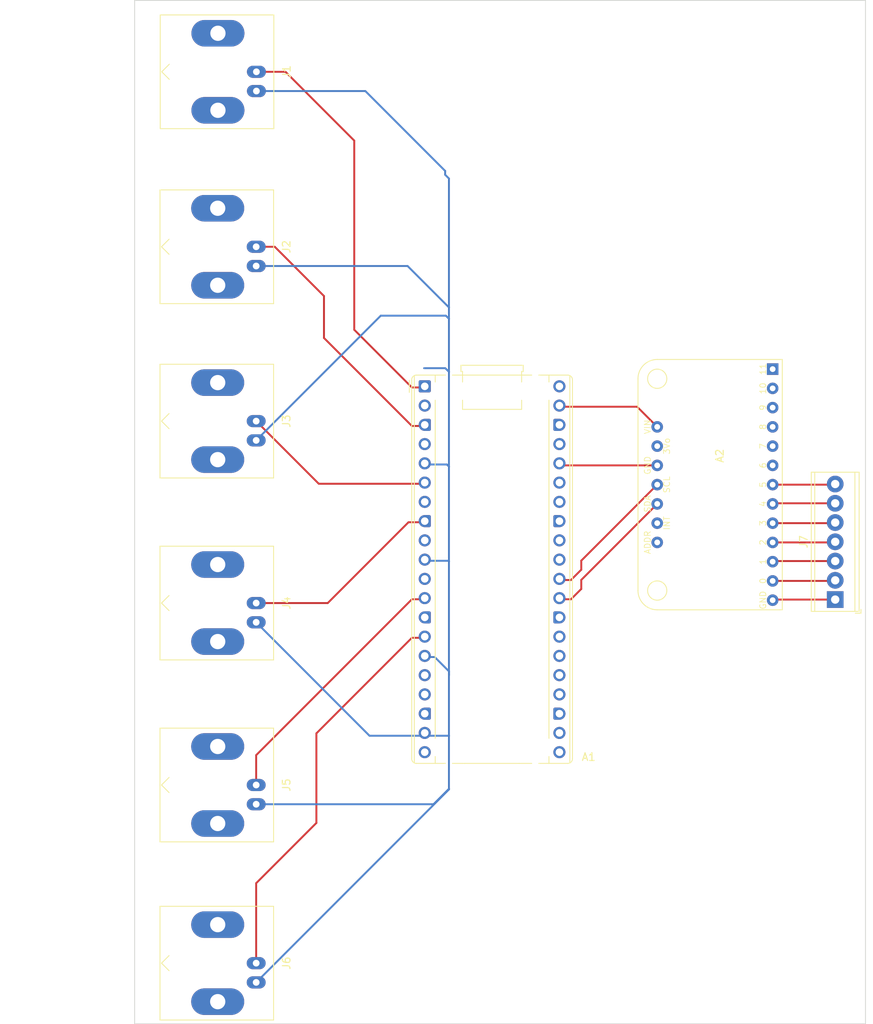
<source format=kicad_pcb>
(kicad_pcb (version 20241229) (generator "pcbnew") (generator_version "9.0")
  (layers (0 "F.Cu" signal) (2 "B.Cu" signal) (13 "F.Paste" user) (15 "B.Paste" user) (5 "F.SilkS" user "F.Silkscreen") (7 "B.SilkS" user "B.Silkscreen") (1 "F.Mask" user) (3 "B.Mask" user) (25 "Edge.Cuts" user))
  (net 0 "")
  (net 1 "GND")
  (net 2 "+3V3")
  (net 5 "/TOUCH1 DOUT")
  (net 8 "/TOUCH2 DOUT")
  (net 10 "/TOUCH3 DOUT")
  (net 12 "/TOUCH4 DOUT")
  (net 14 "/TOUCH5 DOUT")
  (net 32 "Net-(J7-Pin_1)")
  (net 33 "/TOUCH0 DOUT")
  (net 34 "Net-(A2-2)")
  (net 36 "Net-(A2-5)")
  (net 39 "Net-(A2-1)")
  (net 41 "Net-(A2-4)")
  (net 43 "Net-(A2-3)")
  (net 46 "Net-(A2-0)")
  (net 49 "/I2C0 SDA")
  (net 50 "/I2C0 SCL")
  (footprint "Connector_Coaxial:BNC_Amphenol_B6252HB-NPP3G-50_Horizontal" (layer "F.Cu") (at 91.08 42.92 90)
    (property "Reference" "J1" (at 0 4 90) (layer "F.SilkS"))
    (property "Value" "Conn_Coaxial")
    (fp_line (start 7.5 -12.7) (end 7.5 2.3) (stroke (width 0.12)) (layer "F.SilkS"))
    (fp_line (start -7.5 -12.7) (end 7.5 -12.7) (stroke (width 0.12)) (layer "F.SilkS"))
    (fp_line (start 0 -12.5) (end 1 -11.5) (stroke (width 0.12)) (layer "F.SilkS"))
    (fp_line (start 0 -12.5) (end -1 -11.5) (stroke (width 0.12)) (layer "F.SilkS"))
    (fp_line (start 7.5 2.3) (end -7.5 2.3) (stroke (width 0.12)) (layer "F.SilkS"))
    (fp_line (start -7.5 2.3) (end -7.5 -12.7) (stroke (width 0.12)) (layer "F.SilkS"))
    (pad "1" thru_hole oval (at 0 0 90) (size 1.6 2.5) (drill 0.89) (layers "*.Cu" "*.Mask") (net 33 "/TOUCH0 DOUT"))
    (pad "2" thru_hole oval (at -5.08 -5.08 90) (size 3.5 7) (drill 2.01) (layers "*.Cu" "*.Mask") (net 1 "GND"))
    (pad "2" thru_hole oval (at -2.54 0 90) (size 1.6 2.5) (drill 0.89) (layers "*.Cu" "*.Mask") (net 1 "GND"))
    (pad "2" thru_hole oval (at 5.08 -5.08 90) (size 3.5 7) (drill 2.01) (layers "*.Cu" "*.Mask") (net 1 "GND"))
  )
  (footprint "Connector_Coaxial:BNC_Amphenol_B6252HB-NPP3G-50_Horizontal" (layer "F.Cu") (at 91.05 160.5 90)
    (property "Reference" "J6" (at 0 4 90) (layer "F.SilkS"))
    (property "Value" "Conn_Coaxial")
    (fp_line (start 7.5 -12.7) (end 7.5 2.3) (stroke (width 0.12)) (layer "F.SilkS"))
    (fp_line (start -7.5 -12.7) (end 7.5 -12.7) (stroke (width 0.12)) (layer "F.SilkS"))
    (fp_line (start 0 -12.5) (end 1 -11.5) (stroke (width 0.12)) (layer "F.SilkS"))
    (fp_line (start 0 -12.5) (end -1 -11.5) (stroke (width 0.12)) (layer "F.SilkS"))
    (fp_line (start 7.5 2.3) (end -7.5 2.3) (stroke (width 0.12)) (layer "F.SilkS"))
    (fp_line (start -7.5 2.3) (end -7.5 -12.7) (stroke (width 0.12)) (layer "F.SilkS"))
    (pad "1" thru_hole oval (at 0 0 90) (size 1.6 2.5) (drill 0.89) (layers "*.Cu" "*.Mask") (net 14 "/TOUCH5 DOUT"))
    (pad "2" thru_hole oval (at -5.08 -5.08 90) (size 3.5 7) (drill 2.01) (layers "*.Cu" "*.Mask") (net 1 "GND"))
    (pad "2" thru_hole oval (at -2.54 0 90) (size 1.6 2.5) (drill 0.89) (layers "*.Cu" "*.Mask") (net 1 "GND"))
    (pad "2" thru_hole oval (at 5.08 -5.08 90) (size 3.5 7) (drill 2.01) (layers "*.Cu" "*.Mask") (net 1 "GND"))
  )
  (footprint "Connector_Coaxial:BNC_Amphenol_B6252HB-NPP3G-50_Horizontal" (layer "F.Cu") (at 91.05 137 90)
    (property "Reference" "J5" (at 0 4 90) (layer "F.SilkS"))
    (property "Value" "Conn_Coaxial")
    (fp_line (start 7.5 -12.7) (end 7.5 2.3) (stroke (width 0.12)) (layer "F.SilkS"))
    (fp_line (start -7.5 -12.7) (end 7.5 -12.7) (stroke (width 0.12)) (layer "F.SilkS"))
    (fp_line (start 0 -12.5) (end 1 -11.5) (stroke (width 0.12)) (layer "F.SilkS"))
    (fp_line (start 0 -12.5) (end -1 -11.5) (stroke (width 0.12)) (layer "F.SilkS"))
    (fp_line (start 7.5 2.3) (end -7.5 2.3) (stroke (width 0.12)) (layer "F.SilkS"))
    (fp_line (start -7.5 2.3) (end -7.5 -12.7) (stroke (width 0.12)) (layer "F.SilkS"))
    (pad "1" thru_hole oval (at 0 0 90) (size 1.6 2.5) (drill 0.89) (layers "*.Cu" "*.Mask") (net 12 "/TOUCH4 DOUT"))
    (pad "2" thru_hole oval (at -5.08 -5.08 90) (size 3.5 7) (drill 2.01) (layers "*.Cu" "*.Mask") (net 1 "GND"))
    (pad "2" thru_hole oval (at -2.54 0 90) (size 1.6 2.5) (drill 0.89) (layers "*.Cu" "*.Mask") (net 1 "GND"))
    (pad "2" thru_hole oval (at 5.08 -5.08 90) (size 3.5 7) (drill 2.01) (layers "*.Cu" "*.Mask") (net 1 "GND"))
  )
  (footprint "Module:RaspberryPi_Pico_Common_THT" (layer "F.Cu") (at 113.306771 84.410817)
    (property "Reference" "A1" (at 20.6375 48.895 0) (layer "F.SilkS") (effects (justify left)))
    (property "Value" "RaspberryPi_Pico")
    (fp_line (start -2.04 0.8) (end -2.04 -0.8) (stroke (width 0.12)) (layer "F.SilkS"))
    (fp_line (start -1.72 -0.87) (end -1.72 49.13) (stroke (width 0.12)) (layer "F.SilkS"))
    (fp_line (start -1.38 -1.417) (end -1.38 49.677) (stroke (width 0.12)) (layer "F.SilkS"))
    (fp_line (start -1.11 -1.48) (end 1.38 -1.48) (stroke (width 0.12)) (layer "F.SilkS"))
    (fp_line (start -1.11 49.74) (end 2.727939 49.74) (stroke (width 0.12)) (layer "F.SilkS"))
    (fp_line (start 1.38 -1.48) (end 1.38 -0.56648) (stroke (width 0.12)) (layer "F.SilkS"))
    (fp_line (start 1.38 -1.48) (end 2.72794 -1.48) (stroke (width 0.12)) (layer "F.SilkS"))
    (fp_line (start 1.38 1.82648) (end 1.38 46.43352) (stroke (width 0.12)) (layer "F.SilkS"))
    (fp_line (start 1.38 48.82648) (end 1.38 49.74) (stroke (width 0.12)) (layer "F.SilkS"))
    (fp_line (start 3.652061 -1.48) (end 4.655 -1.48) (stroke (width 0.12)) (layer "F.SilkS"))
    (fp_line (start 4.655 -1.48) (end 13.125 -1.48) (stroke (width 0.12)) (layer "F.SilkS"))
    (fp_line (start 4.78 -2.78) (end 4.78 -1.96) (stroke (width 0.12)) (layer "F.SilkS"))
    (fp_line (start 4.78 -2.78) (end 13 -2.78) (stroke (width 0.12)) (layer "F.SilkS"))
    (fp_line (start 4.78 -1.96) (end 4.99 -1.96) (stroke (width 0.12)) (layer "F.SilkS"))
    (fp_line (start 4.99 -1.96) (end 4.99 -0.564) (stroke (width 0.12)) (layer "F.SilkS"))
    (fp_line (start 4.99 1.824) (end 4.99 3.04) (stroke (width 0.12)) (layer "F.SilkS"))
    (fp_line (start 5.29 49.74) (end 3.652061 49.74) (stroke (width 0.12)) (layer "F.SilkS"))
    (fp_line (start 12.49 49.74) (end 5.29 49.74) (stroke (width 0.12)) (layer "F.SilkS"))
    (fp_line (start 12.79 -1.96) (end 12.79 -0.564) (stroke (width 0.12)) (layer "F.SilkS"))
    (fp_line (start 12.79 1.824) (end 12.79 3.04) (stroke (width 0.12)) (layer "F.SilkS"))
    (fp_line (start 12.79 3.04) (end 4.99 3.04) (stroke (width 0.12)) (layer "F.SilkS"))
    (fp_line (start 13 -2.78) (end 13 -1.96) (stroke (width 0.12)) (layer "F.SilkS"))
    (fp_line (start 13 -1.96) (end 12.79 -1.96) (stroke (width 0.12)) (layer "F.SilkS"))
    (fp_line (start 13.125 -1.48) (end 14.127939 -1.48) (stroke (width 0.12)) (layer "F.SilkS"))
    (fp_line (start 14.127939 49.74) (end 12.49 49.74) (stroke (width 0.12)) (layer "F.SilkS"))
    (fp_line (start 15.052061 -1.48) (end 16.4 -1.48) (stroke (width 0.12)) (layer "F.SilkS"))
    (fp_line (start 15.052061 49.74) (end 18.89 49.74) (stroke (width 0.12)) (layer "F.SilkS"))
    (fp_line (start 16.4 -1.48) (end 16.4 -0.56648) (stroke (width 0.12)) (layer "F.SilkS"))
    (fp_line (start 16.4 1.82648) (end 16.4 46.43352) (stroke (width 0.12)) (layer "F.SilkS"))
    (fp_line (start 16.4 48.82648) (end 16.4 49.74) (stroke (width 0.12)) (layer "F.SilkS"))
    (fp_line (start 18.89 -1.48) (end 16.4 -1.48) (stroke (width 0.12)) (layer "F.SilkS"))
    (fp_line (start 19.16 49.677) (end 19.16 -1.417) (stroke (width 0.12)) (layer "F.SilkS"))
    (fp_line (start 19.5 -0.87) (end 19.5 49.13) (stroke (width 0.12)) (layer "F.SilkS"))
    (fp_arc (start -1.72 -0.87) (mid -1.541335 -1.301335) (end -1.11 -1.48) (stroke (width 0.12)) (layer "F.SilkS"))
    (fp_arc (start -1.11 49.74) (mid -1.541364 49.561364) (end -1.72 49.13) (stroke (width 0.12)) (layer "F.SilkS"))
    (fp_arc (start 18.89 -1.48) (mid 19.321335 -1.301335) (end 19.5 -0.87) (stroke (width 0.12)) (layer "F.SilkS"))
    (fp_arc (start 19.5 49.13) (mid 19.321335 49.561335) (end 18.89 49.74) (stroke (width 0.12)) (layer "F.SilkS"))
    (pad "1" thru_hole roundrect (at 0 0) (size 1.6 1.6) (drill 1) (layers "*.Cu" "*.Mask") (roundrect_rratio 0.125))
    (pad "2" thru_hole circle (at 0 2.54) (size 1.6 1.6) (drill 1) (layers "*.Cu" "*.Mask"))
    (pad "3" thru_hole custom (at 0 5.08) (size 1.6 1.6) (drill 1) (layers "*.Cu" "*.Mask") (net 1 "GND") (options (clearance outline) (anchor circle)) (primitives (gr_poly (pts (xy 0.8 0.6) (xy 0.8 -0.6) (xy 0.6 -0.8) (xy 0 -0.8) (xy 0 0.8) (xy 0.6 0.8)) (width 0) (fill yes)) (gr_circle (center 0.6 0.6) (end 0.8 0.6) (width 0) (fill yes)) (gr_circle (center 0.6 -0.6) (end 0.8 -0.6) (width 0) (fill yes))))
    (pad "4" thru_hole circle (at 0 7.62) (size 1.6 1.6) (drill 1) (layers "*.Cu" "*.Mask") (net 33 "/TOUCH0 DOUT"))
    (pad "5" thru_hole circle (at 0 10.16) (size 1.6 1.6) (drill 1) (layers "*.Cu" "*.Mask"))
    (pad "6" thru_hole circle (at 0 12.7) (size 1.6 1.6) (drill 1) (layers "*.Cu" "*.Mask") (net 5 "/TOUCH1 DOUT"))
    (pad "7" thru_hole circle (at 0 15.24) (size 1.6 1.6) (drill 1) (layers "*.Cu" "*.Mask"))
    (pad "8" thru_hole custom (at 0 17.78) (size 1.6 1.6) (drill 1) (layers "*.Cu" "*.Mask") (net 1 "GND") (options (clearance outline) (anchor circle)) (primitives (gr_poly (pts (xy 0.8 0.6) (xy 0.8 -0.6) (xy 0.6 -0.8) (xy 0 -0.8) (xy 0 0.8) (xy 0.6 0.8)) (width 0) (fill yes)) (gr_circle (center 0.6 0.6) (end 0.8 0.6) (width 0) (fill yes)) (gr_circle (center 0.6 -0.6) (end 0.8 -0.6) (width 0) (fill yes))))
    (pad "9" thru_hole circle (at 0 20.32) (size 1.6 1.6) (drill 1) (layers "*.Cu" "*.Mask") (net 8 "/TOUCH2 DOUT"))
    (pad "10" thru_hole circle (at 0 22.86) (size 1.6 1.6) (drill 1) (layers "*.Cu" "*.Mask"))
    (pad "11" thru_hole circle (at 0 25.4) (size 1.6 1.6) (drill 1) (layers "*.Cu" "*.Mask") (net 10 "/TOUCH3 DOUT"))
    (pad "12" thru_hole circle (at 0 27.94) (size 1.6 1.6) (drill 1) (layers "*.Cu" "*.Mask"))
    (pad "13" thru_hole custom (at 0 30.48) (size 1.6 1.6) (drill 1) (layers "*.Cu" "*.Mask") (net 1 "GND") (options (clearance outline) (anchor circle)) (primitives (gr_poly (pts (xy 0.8 0.6) (xy 0.8 -0.6) (xy 0.6 -0.8) (xy 0 -0.8) (xy 0 0.8) (xy 0.6 0.8)) (width 0) (fill yes)) (gr_circle (center 0.6 0.6) (end 0.8 0.6) (width 0) (fill yes)) (gr_circle (center 0.6 -0.6) (end 0.8 -0.6) (width 0) (fill yes))))
    (pad "14" thru_hole circle (at 0 33.02) (size 1.6 1.6) (drill 1) (layers "*.Cu" "*.Mask"))
    (pad "15" thru_hole circle (at 0 35.56) (size 1.6 1.6) (drill 1) (layers "*.Cu" "*.Mask") (net 12 "/TOUCH4 DOUT"))
    (pad "16" thru_hole circle (at 0 38.1) (size 1.6 1.6) (drill 1) (layers "*.Cu" "*.Mask"))
    (pad "17" thru_hole circle (at 0 40.64) (size 1.6 1.6) (drill 1) (layers "*.Cu" "*.Mask") (net 14 "/TOUCH5 DOUT"))
    (pad "18" thru_hole custom (at 0 43.18) (size 1.6 1.6) (drill 1) (layers "*.Cu" "*.Mask") (net 1 "GND") (options (clearance outline) (anchor circle)) (primitives (gr_poly (pts (xy 0.8 0.6) (xy 0.8 -0.6) (xy 0.6 -0.8) (xy 0 -0.8) (xy 0 0.8) (xy 0.6 0.8)) (width 0) (fill yes)) (gr_circle (center 0.6 0.6) (end 0.8 0.6) (width 0) (fill yes)) (gr_circle (center 0.6 -0.6) (end 0.8 -0.6) (width 0) (fill yes))))
    (pad "19" thru_hole circle (at 0 45.72) (size 1.6 1.6) (drill 1) (layers "*.Cu" "*.Mask"))
    (pad "20" thru_hole circle (at 0 48.26) (size 1.6 1.6) (drill 1) (layers "*.Cu" "*.Mask"))
    (pad "21" thru_hole circle (at 17.78 48.26) (size 1.6 1.6) (drill 1) (layers "*.Cu" "*.Mask"))
    (pad "22" thru_hole circle (at 17.78 45.72) (size 1.6 1.6) (drill 1) (layers "*.Cu" "*.Mask"))
    (pad "23" thru_hole custom (at 17.78 43.18) (size 1.6 1.6) (drill 1) (layers "*.Cu" "*.Mask") (net 1 "GND") (options (clearance outline) (anchor circle)) (primitives (gr_poly (pts (xy -0.8 0.6) (xy -0.8 -0.6) (xy -0.6 -0.8) (xy 0 -0.8) (xy 0 0.8) (xy -0.6 0.8)) (width 0) (fill yes)) (gr_circle (center -0.6 0.6) (end -0.4 0.6) (width 0) (fill yes)) (gr_circle (center -0.6 -0.6) (end -0.4 -0.6) (width 0) (fill yes))))
    (pad "24" thru_hole circle (at 17.78 40.64) (size 1.6 1.6) (drill 1) (layers "*.Cu" "*.Mask"))
    (pad "25" thru_hole circle (at 17.78 38.1) (size 1.6 1.6) (drill 1) (layers "*.Cu" "*.Mask"))
    (pad "26" thru_hole circle (at 17.78 35.56) (size 1.6 1.6) (drill 1) (layers "*.Cu" "*.Mask") (net 49 "/I2C0 SDA"))
    (pad "27" thru_hole circle (at 17.78 33.02) (size 1.6 1.6) (drill 1) (layers "*.Cu" "*.Mask") (net 50 "/I2C0 SCL"))
    (pad "28" thru_hole custom (at 17.78 30.48) (size 1.6 1.6) (drill 1) (layers "*.Cu" "*.Mask") (net 1 "GND") (options (clearance outline) (anchor circle)) (primitives (gr_poly (pts (xy -0.8 0.6) (xy -0.8 -0.6) (xy -0.6 -0.8) (xy 0 -0.8) (xy 0 0.8) (xy -0.6 0.8)) (width 0) (fill yes)) (gr_circle (center -0.6 0.6) (end -0.4 0.6) (width 0) (fill yes)) (gr_circle (center -0.6 -0.6) (end -0.4 -0.6) (width 0) (fill yes))))
    (pad "29" thru_hole circle (at 17.78 27.94) (size 1.6 1.6) (drill 1) (layers "*.Cu" "*.Mask"))
    (pad "30" thru_hole circle (at 17.78 25.4) (size 1.6 1.6) (drill 1) (layers "*.Cu" "*.Mask"))
    (pad "31" thru_hole circle (at 17.78 22.86) (size 1.6 1.6) (drill 1) (layers "*.Cu" "*.Mask"))
    (pad "32" thru_hole circle (at 17.78 20.32) (size 1.6 1.6) (drill 1) (layers "*.Cu" "*.Mask"))
    (pad "33" thru_hole custom (at 17.78 17.78) (size 1.6 1.6) (drill 1) (layers "*.Cu" "*.Mask") (options (clearance outline) (anchor circle)) (primitives (gr_poly (pts (xy -0.8 0.6) (xy -0.8 -0.6) (xy -0.6 -0.8) (xy 0 -0.8) (xy 0 0.8) (xy -0.6 0.8)) (width 0) (fill yes)) (gr_circle (center -0.6 0.6) (end -0.4 0.6) (width 0) (fill yes)) (gr_circle (center -0.6 -0.6) (end -0.4 -0.6) (width 0) (fill yes))))
    (pad "34" thru_hole circle (at 17.78 15.24) (size 1.6 1.6) (drill 1) (layers "*.Cu" "*.Mask"))
    (pad "35" thru_hole circle (at 17.78 12.7) (size 1.6 1.6) (drill 1) (layers "*.Cu" "*.Mask"))
    (pad "36" thru_hole circle (at 17.78 10.16) (size 1.6 1.6) (drill 1) (layers "*.Cu" "*.Mask") (net 2 "+3V3"))
    (pad "37" thru_hole circle (at 17.78 7.62) (size 1.6 1.6) (drill 1) (layers "*.Cu" "*.Mask"))
    (pad "38" thru_hole custom (at 17.78 5.08) (size 1.6 1.6) (drill 1) (layers "*.Cu" "*.Mask") (net 1 "GND") (options (clearance outline) (anchor circle)) (primitives (gr_poly (pts (xy -0.8 0.6) (xy -0.8 -0.6) (xy -0.6 -0.8) (xy 0 -0.8) (xy 0 0.8) (xy -0.6 0.8)) (width 0) (fill yes)) (gr_circle (center -0.6 0.6) (end -0.4 0.6) (width 0) (fill yes)) (gr_circle (center -0.6 -0.6) (end -0.4 -0.6) (width 0) (fill yes))))
    (pad "39" thru_hole circle (at 17.78 2.54) (size 1.6 1.6) (drill 1) (layers "*.Cu" "*.Mask"))
    (pad "40" thru_hole circle (at 17.78 0) (size 1.6 1.6) (drill 1) (layers "*.Cu" "*.Mask"))
  )
  (footprint "Connector_Coaxial:BNC_Amphenol_B6252HB-NPP3G-50_Horizontal" (layer "F.Cu") (at 91.05 66 90)
    (property "Reference" "J2" (at 0 4 90) (layer "F.SilkS"))
    (property "Value" "Conn_Coaxial")
    (fp_line (start 7.5 -12.7) (end 7.5 2.3) (stroke (width 0.12)) (layer "F.SilkS"))
    (fp_line (start -7.5 -12.7) (end 7.5 -12.7) (stroke (width 0.12)) (layer "F.SilkS"))
    (fp_line (start 0 -12.5) (end 1 -11.5) (stroke (width 0.12)) (layer "F.SilkS"))
    (fp_line (start 0 -12.5) (end -1 -11.5) (stroke (width 0.12)) (layer "F.SilkS"))
    (fp_line (start 7.5 2.3) (end -7.5 2.3) (stroke (width 0.12)) (layer "F.SilkS"))
    (fp_line (start -7.5 2.3) (end -7.5 -12.7) (stroke (width 0.12)) (layer "F.SilkS"))
    (pad "1" thru_hole oval (at 0 0 90) (size 1.6 2.5) (drill 0.89) (layers "*.Cu" "*.Mask") (net 5 "/TOUCH1 DOUT"))
    (pad "2" thru_hole oval (at -5.08 -5.08 90) (size 3.5 7) (drill 2.01) (layers "*.Cu" "*.Mask") (net 1 "GND"))
    (pad "2" thru_hole oval (at -2.54 0 90) (size 1.6 2.5) (drill 0.89) (layers "*.Cu" "*.Mask") (net 1 "GND"))
    (pad "2" thru_hole oval (at 5.08 -5.08 90) (size 3.5 7) (drill 2.01) (layers "*.Cu" "*.Mask") (net 1 "GND"))
  )
  (footprint "Connector_Coaxial:BNC_Amphenol_B6252HB-NPP3G-50_Horizontal" (layer "F.Cu") (at 91.05 89 90)
    (property "Reference" "J3" (at 0 4 90) (layer "F.SilkS"))
    (property "Value" "Conn_Coaxial")
    (fp_line (start 7.5 -12.7) (end 7.5 2.3) (stroke (width 0.12)) (layer "F.SilkS"))
    (fp_line (start -7.5 -12.7) (end 7.5 -12.7) (stroke (width 0.12)) (layer "F.SilkS"))
    (fp_line (start 0 -12.5) (end 1 -11.5) (stroke (width 0.12)) (layer "F.SilkS"))
    (fp_line (start 0 -12.5) (end -1 -11.5) (stroke (width 0.12)) (layer "F.SilkS"))
    (fp_line (start 7.5 2.3) (end -7.5 2.3) (stroke (width 0.12)) (layer "F.SilkS"))
    (fp_line (start -7.5 2.3) (end -7.5 -12.7) (stroke (width 0.12)) (layer "F.SilkS"))
    (pad "1" thru_hole oval (at 0 0 90) (size 1.6 2.5) (drill 0.89) (layers "*.Cu" "*.Mask") (net 8 "/TOUCH2 DOUT"))
    (pad "2" thru_hole oval (at -5.08 -5.08 90) (size 3.5 7) (drill 2.01) (layers "*.Cu" "*.Mask") (net 1 "GND"))
    (pad "2" thru_hole oval (at -2.54 0 90) (size 1.6 2.5) (drill 0.89) (layers "*.Cu" "*.Mask") (net 1 "GND"))
    (pad "2" thru_hole oval (at 5.08 -5.08 90) (size 3.5 7) (drill 2.01) (layers "*.Cu" "*.Mask") (net 1 "GND"))
  )
  (footprint "AG_Sensor:ADAFRUIT_MPR121" (layer "F.Cu") (at 152.89 94.84 -90)
    (property "Reference" "A2" (at -1.27 0.635 90) (layer "F.SilkS"))
    (property "Value" "ADAFRUIT_MPR121")
    (fp_line (start -11.43 11.43) (end 16.51 11.43) (stroke (width 0.12)) (layer "F.SilkS"))
    (fp_line (start 19.05 8.89) (end 19.05 -7.62) (stroke (width 0.12)) (layer "F.SilkS"))
    (fp_line (start -13.97 -7.62) (end -13.97 8.89) (stroke (width 0.12)) (layer "F.SilkS"))
    (fp_line (start 19.05 -7.62) (end -13.97 -7.62) (stroke (width 0.12)) (layer "F.SilkS"))
    (fp_arc (start -11.43 11.43) (mid -13.226051 10.686051) (end -13.97 8.89) (stroke (width 0.12)) (layer "F.SilkS"))
    (fp_arc (start 19.05 8.89) (mid 18.306051 10.686051) (end 16.51 11.43) (stroke (width 0.12)) (layer "F.SilkS"))
    (fp_circle (center -11.43 8.89) (end -10.16 8.89) (stroke (width 0.12)) (fill no) (layer "F.SilkS"))
    (fp_circle (center 16.51 8.89) (end 17.78 8.89) (stroke (width 0.12)) (fill no) (layer "F.SilkS"))
    (fp_text user "1" (at 12.7 -5.08 90) (layer "F.SilkS") (effects (font (size 0.8 0.8) (thickness 0.1))))
    (fp_text user "8" (at -5.08 -5.08 90) (layer "F.SilkS") (effects (font (size 0.8 0.8) (thickness 0.1))))
    (fp_text user "5" (at 2.54 -5.08 90) (layer "F.SilkS") (effects (font (size 0.8 0.8) (thickness 0.1))))
    (fp_text user "0" (at 15.24 -5.08 90) (layer "F.SilkS") (effects (font (size 0.8 0.8) (thickness 0.1))))
    (fp_text user "GND" (at 0 10.16 90) (layer "F.SilkS") (effects (font (size 0.8 0.8) (thickness 0.1))))
    (fp_text user "3" (at 7.62 -5.08 90) (layer "F.SilkS") (effects (font (size 0.8 0.8) (thickness 0.1))))
    (fp_text user "SDA" (at 5.08 10.16 90) (layer "F.SilkS") (effects (font (size 0.8 0.8) (thickness 0.1))))
    (fp_text user "11" (at -12.7 -5.08 90) (layer "F.SilkS") (effects (font (size 0.8 0.8) (thickness 0.1))))
    (fp_text user "4" (at 5.08 -5.08 90) (layer "F.SilkS") (effects (font (size 0.8 0.8) (thickness 0.1))))
    (fp_text user "6" (at 0 -5.08 90) (layer "F.SilkS") (effects (font (size 0.8 0.8) (thickness 0.1))))
    (fp_text user "2" (at 10.16 -5.08 90) (layer "F.SilkS") (effects (font (size 0.8 0.8) (thickness 0.1))))
    (fp_text user "SCL" (at 2.54 7.62 90) (layer "F.SilkS") (effects (font (size 0.8 0.8) (thickness 0.1))))
    (fp_text user "GND" (at 17.78 -5.08 90) (layer "F.SilkS") (effects (font (size 0.8 0.8) (thickness 0.1))))
    (fp_text user "INT" (at 7.62 7.62 90) (layer "F.SilkS") (effects (font (size 0.8 0.8) (thickness 0.1))))
    (fp_text user "7" (at -2.54 -5.08 90) (layer "F.SilkS") (effects (font (size 0.8 0.8) (thickness 0.1))))
    (fp_text user "VIN" (at -5.08 10.16 90) (layer "F.SilkS") (effects (font (size 0.8 0.8) (thickness 0.1))))
    (fp_text user "ADDR" (at 10.16 10.16 90) (layer "F.SilkS") (effects (font (size 0.8 0.8) (thickness 0.1))))
    (fp_text user "3Vo" (at -2.54 7.62 90) (layer "F.SilkS") (effects (font (size 0.8 0.8) (thickness 0.1))))
    (fp_text user "9" (at -7.62 -5.08 90) (layer "F.SilkS") (effects (font (size 0.8 0.8) (thickness 0.1))))
    (fp_text user "10" (at -10.16 -5.08 90) (layer "F.SilkS") (effects (font (size 0.8 0.8) (thickness 0.1))))
    (pad "1" thru_hole circle (at -5.08 8.89 270) (size 1.524 1.524) (drill 0.762) (layers "*.Cu" "*.Mask") (net 2 "+3V3"))
    (pad "2" thru_hole circle (at -2.54 8.89 270) (size 1.524 1.524) (drill 0.762) (layers "*.Cu" "*.Mask"))
    (pad "3" thru_hole circle (at 0 8.89 270) (size 1.524 1.524) (drill 0.762) (layers "*.Cu" "*.Mask") (net 1 "GND"))
    (pad "4" thru_hole circle (at 2.54 8.89 270) (size 1.524 1.524) (drill 0.762) (layers "*.Cu" "*.Mask") (net 50 "/I2C0 SCL"))
    (pad "5" thru_hole circle (at 5.08 8.89 270) (size 1.524 1.524) (drill 0.762) (layers "*.Cu" "*.Mask") (net 49 "/I2C0 SDA"))
    (pad "6" thru_hole circle (at 7.62 8.89 270) (size 1.524 1.524) (drill 0.762) (layers "*.Cu" "*.Mask"))
    (pad "7" thru_hole circle (at 10.16 8.89 270) (size 1.524 1.524) (drill 0.762) (layers "*.Cu" "*.Mask"))
    (pad "8" thru_hole circle (at 17.78 -6.35 270) (size 1.524 1.524) (drill 0.762) (layers "*.Cu" "*.Mask") (net 32 "Net-(J7-Pin_1)"))
    (pad "9" thru_hole circle (at 15.24 -6.35 270) (size 1.524 1.524) (drill 0.762) (layers "*.Cu" "*.Mask") (net 46 "Net-(A2-0)"))
    (pad "10" thru_hole circle (at 12.7 -6.35 270) (size 1.524 1.524) (drill 0.762) (layers "*.Cu" "*.Mask") (net 39 "Net-(A2-1)"))
    (pad "11" thru_hole circle (at 10.16 -6.35) (size 1.524 1.524) (drill 0.762) (layers "*.Cu" "*.Mask") (net 34 "Net-(A2-2)"))
    (pad "12" thru_hole circle (at 7.62 -6.35 270) (size 1.524 1.524) (drill 0.762) (layers "*.Cu" "*.Mask") (net 43 "Net-(A2-3)"))
    (pad "13" thru_hole circle (at 5.08 -6.35 270) (size 1.524 1.524) (drill 0.762) (layers "*.Cu" "*.Mask") (net 41 "Net-(A2-4)"))
    (pad "14" thru_hole circle (at 2.54 -6.35 270) (size 1.524 1.524) (drill 0.762) (layers "*.Cu" "*.Mask") (net 36 "Net-(A2-5)"))
    (pad "15" thru_hole circle (at 0 -6.35 270) (size 1.524 1.524) (drill 0.762) (layers "*.Cu" "*.Mask"))
    (pad "16" thru_hole circle (at -2.54 -6.35 270) (size 1.524 1.524) (drill 0.762) (layers "*.Cu" "*.Mask"))
    (pad "17" thru_hole circle (at -5.08 -6.35 270) (size 1.524 1.524) (drill 0.762) (layers "*.Cu" "*.Mask"))
    (pad "18" thru_hole circle (at -7.62 -6.35 270) (size 1.524 1.524) (drill 0.762) (layers "*.Cu" "*.Mask"))
    (pad "19" thru_hole circle (at -10.16 -6.35 270) (size 1.524 1.524) (drill 0.762) (layers "*.Cu" "*.Mask"))
    (pad "20" thru_hole rect (at -12.7 -6.35 270) (size 1.524 1.524) (drill 0.762) (layers "*.Cu" "*.Mask"))
  )
  (footprint "TerminalBlock_Phoenix:TerminalBlock_Phoenix_MPT-0,5-7-2.54_1x07_P2.54mm_Horizontal" (layer "F.Cu") (at 167.5 112.54 90)
    (property "Reference" "J7" (at 7.62 -4.16 90) (layer "F.SilkS"))
    (property "Value" "Screw_Terminal_01x07")
    (fp_line (start 16.801 -3.16) (end 16.801 3.16) (stroke (width 0.12)) (layer "F.SilkS"))
    (fp_line (start -1.56 -3.16) (end 16.801 -3.16) (stroke (width 0.12)) (layer "F.SilkS"))
    (fp_line (start -1.56 -3.16) (end -1.56 3.16) (stroke (width 0.12)) (layer "F.SilkS"))
    (fp_line (start -1.56 -2.7) (end 16.801 -2.7) (stroke (width 0.12)) (layer "F.SilkS"))
    (fp_line (start -1.56 2.6) (end 16.801 2.6) (stroke (width 0.12)) (layer "F.SilkS"))
    (fp_line (start -1.8 2.66) (end -1.8 3.4) (stroke (width 0.12)) (layer "F.SilkS"))
    (fp_line (start -1.56 3.16) (end 16.801 3.16) (stroke (width 0.12)) (layer "F.SilkS"))
    (fp_line (start -1.8 3.4) (end -1.3 3.4) (stroke (width 0.12)) (layer "F.SilkS"))
    (pad "1" thru_hole rect (at 0 0 90) (size 2.2 2.2) (drill 1.1) (layers "*.Cu" "*.Mask") (net 32 "Net-(J7-Pin_1)"))
    (pad "2" thru_hole circle (at 2.54 0 90) (size 2.2 2.2) (drill 1.1) (layers "*.Cu" "*.Mask") (net 46 "Net-(A2-0)"))
    (pad "3" thru_hole circle (at 5.08 0 90) (size 2.2 2.2) (drill 1.1) (layers "*.Cu" "*.Mask") (net 39 "Net-(A2-1)"))
    (pad "4" thru_hole circle (at 7.62 0 90) (size 2.2 2.2) (drill 1.1) (layers "*.Cu" "*.Mask") (net 34 "Net-(A2-2)"))
    (pad "5" thru_hole circle (at 10.16 0 90) (size 2.2 2.2) (drill 1.1) (layers "*.Cu" "*.Mask") (net 43 "Net-(A2-3)"))
    (pad "6" thru_hole circle (at 12.7 0 90) (size 2.2 2.2) (drill 1.1) (layers "*.Cu" "*.Mask") (net 41 "Net-(A2-4)"))
    (pad "7" thru_hole circle (at 15.24 0 90) (size 2.2 2.2) (drill 1.1) (layers "*.Cu" "*.Mask") (net 36 "Net-(A2-5)"))
  )
  (footprint "Connector_Coaxial:BNC_Amphenol_B6252HB-NPP3G-50_Horizontal" (layer "F.Cu") (at 91.05 113 90)
    (property "Reference" "J4" (at 0 4 90) (layer "F.SilkS"))
    (property "Value" "Conn_Coaxial")
    (fp_line (start 7.5 -12.7) (end 7.5 2.3) (stroke (width 0.12)) (layer "F.SilkS"))
    (fp_line (start -7.5 -12.7) (end 7.5 -12.7) (stroke (width 0.12)) (layer "F.SilkS"))
    (fp_line (start 0 -12.5) (end 1 -11.5) (stroke (width 0.12)) (layer "F.SilkS"))
    (fp_line (start 0 -12.5) (end -1 -11.5) (stroke (width 0.12)) (layer "F.SilkS"))
    (fp_line (start 7.5 2.3) (end -7.5 2.3) (stroke (width 0.12)) (layer "F.SilkS"))
    (fp_line (start -7.5 2.3) (end -7.5 -12.7) (stroke (width 0.12)) (layer "F.SilkS"))
    (pad "1" thru_hole oval (at 0 0 90) (size 1.6 2.5) (drill 0.89) (layers "*.Cu" "*.Mask") (net 10 "/TOUCH3 DOUT"))
    (pad "2" thru_hole oval (at -5.08 -5.08 90) (size 3.5 7) (drill 2.01) (layers "*.Cu" "*.Mask") (net 1 "GND"))
    (pad "2" thru_hole oval (at -2.54 0 90) (size 1.6 2.5) (drill 0.89) (layers "*.Cu" "*.Mask") (net 1 "GND"))
    (pad "2" thru_hole oval (at 5.08 -5.08 90) (size 3.5 7) (drill 2.01) (layers "*.Cu" "*.Mask") (net 1 "GND"))
  )
  (gr_rect (start 75 33.5) (end 171.5 168.5) (stroke (width 0.1)) (fill no) (layer "Edge.Cuts"))
  (segment (start 131.12 94.84) (end 131 94.72) (width 0.25) (layer "F.Cu") (net 1))
  (segment (start 144 94.84) (end 131.12 94.84) (width 0.25) (layer "F.Cu") (net 1))
  (segment (start 107.5 75.09) (end 116.09 75.09) (width 0.25) (layer "B.Cu") (net 1))
  (segment (start 116.22 94.72) (end 116.5 95) (width 0.25) (layer "B.Cu") (net 1))
  (segment (start 114.62 120.12) (end 113.22 120.12) (width 0.25) (layer "B.Cu") (net 1))
  (segment (start 116.5 74) (end 116.5 75.5) (width 0.25) (layer "B.Cu") (net 1))
  (segment (start 91.05 163.04) (end 116.5 137.59) (width 0.25) (layer "B.Cu") (net 1))
  (segment (start 105.46 45.46) (end 116 56) (width 0.25) (layer "B.Cu") (net 1))
  (segment (start 116.5 137.5) (end 116.5 130.5) (width 0.25) (layer "B.Cu") (net 1))
  (segment (start 116.5 130.5) (end 116.5 122.5) (width 0.25) (layer "B.Cu") (net 1))
  (segment (start 116.5 122) (end 114.62 120.12) (width 0.25) (layer "B.Cu") (net 1))
  (segment (start 116 56.5) (end 116.5 57) (width 0.25) (layer "B.Cu") (net 1))
  (segment (start 91.05 115.54) (end 106.01 130.5) (width 0.25) (layer "B.Cu") (net 1))
  (segment (start 116.42 107.42) (end 116.5 107.5) (width 0.25) (layer "B.Cu") (net 1))
  (segment (start 91.08 45.46) (end 105.46 45.46) (width 0.25) (layer "B.Cu") (net 1))
  (segment (start 113.22 107.42) (end 116.42 107.42) (width 0.25) (layer "B.Cu") (net 1))
  (segment (start 116.5 75.5) (end 116.5 82.5) (width 0.25) (layer "B.Cu") (net 1))
  (segment (start 113.22 94.72) (end 116.22 94.72) (width 0.25) (layer "B.Cu") (net 1))
  (segment (start 91.05 91.54) (end 107.5 75.09) (width 0.25) (layer "B.Cu") (net 1))
  (segment (start 91.05 68.54) (end 111.04 68.54) (width 0.25) (layer "B.Cu") (net 1))
  (segment (start 113.22 82.02) (end 116.02 82.02) (width 0.25) (layer "B.Cu") (net 1))
  (segment (start 116 56) (end 116 56.5) (width 0.25) (layer "B.Cu") (net 1))
  (segment (start 91.05 139.54) (end 114.46 139.54) (width 0.25) (layer "B.Cu") (net 1))
  (segment (start 116.5 137.59) (end 116.5 137.5) (width 0.25) (layer "B.Cu") (net 1))
  (segment (start 111.04 68.54) (end 116.5 74) (width 0.25) (layer "B.Cu") (net 1))
  (segment (start 106.01 130.5) (end 116.5 130.5) (width 0.25) (layer "B.Cu") (net 1))
  (segment (start 116.09 75.09) (end 116.5 75.5) (width 0.25) (layer "B.Cu") (net 1))
  (segment (start 116.5 95) (end 116.5 107.5) (width 0.25) (layer "B.Cu") (net 1))
  (segment (start 116.02 82.02) (end 116.5 82.5) (width 0.25) (layer "B.Cu") (net 1))
  (segment (start 114.46 139.54) (end 116.5 137.5) (width 0.25) (layer "B.Cu") (net 1))
  (segment (start 116.5 107.5) (end 116.5 122.5) (width 0.25) (layer "B.Cu") (net 1))
  (segment (start 116.5 57) (end 116.5 74) (width 0.25) (layer "B.Cu") (net 1))
  (segment (start 116.5 82.5) (end 116.5 95) (width 0.25) (layer "B.Cu") (net 1))
  (segment (start 116.5 122.5) (end 116.5 122) (width 0.25) (layer "B.Cu") (net 1))
  (segment (start 144 89.76) (end 141.34 87.1) (width 0.25) (layer "F.Cu") (net 2))
  (segment (start 141.34 87.1) (end 131 87.1) (width 0.25) (layer "F.Cu") (net 2))
  (segment (start 93.5 66) (end 91.05 66) (width 0.25) (layer "F.Cu") (net 5))
  (segment (start 113.22 89.64) (end 111.61 89.64) (width 0.25) (layer "F.Cu") (net 5))
  (segment (start 100 78.03) (end 100 72.5) (width 0.25) (layer "F.Cu") (net 5))
  (segment (start 111.61 89.64) (end 100 78.03) (width 0.25) (layer "F.Cu") (net 5))
  (segment (start 100 72.5) (end 93.5 66) (width 0.25) (layer "F.Cu") (net 5))
  (segment (start 99.31 97.26) (end 91.05 89) (width 0.25) (layer "F.Cu") (net 8))
  (segment (start 113.22 97.26) (end 99.31 97.26) (width 0.25) (layer "F.Cu") (net 8))
  (segment (start 100.5 113) (end 91.05 113) (width 0.25) (layer "F.Cu") (net 10))
  (segment (start 113.22 102.34) (end 111.16 102.34) (width 0.25) (layer "F.Cu") (net 10))
  (segment (start 111.16 102.34) (end 100.5 113) (width 0.25) (layer "F.Cu") (net 10))
  (segment (start 111.61 112.5) (end 113.22 112.5) (width 0.25) (layer "F.Cu") (net 12))
  (segment (start 91.05 133.06) (end 111.61 112.5) (width 0.25) (layer "F.Cu") (net 12))
  (segment (start 91.05 137) (end 91.05 133.06) (width 0.25) (layer "F.Cu") (net 12))
  (segment (start 91.05 160.5) (end 91.05 149.95) (width 0.25) (layer "F.Cu") (net 14))
  (segment (start 91.05 149.95) (end 99 142) (width 0.25) (layer "F.Cu") (net 14))
  (segment (start 99 142) (end 99 130.19) (width 0.25) (layer "F.Cu") (net 14))
  (segment (start 99 130.19) (end 111.61 117.58) (width 0.25) (layer "F.Cu") (net 14))
  (segment (start 111.61 117.58) (end 113.22 117.58) (width 0.25) (layer "F.Cu") (net 14))
  (segment (start 167.5 112.54) (end 159.32 112.54) (width 0.25) (layer "F.Cu") (net 32))
  (segment (start 159.32 112.54) (end 159.24 112.62) (width 0.25) (layer "F.Cu") (net 32))
  (segment (start 94.92 42.92) (end 91.08 42.92) (width 0.25) (layer "F.Cu") (net 33))
  (segment (start 111.61 84.56) (end 104 76.95) (width 0.25) (layer "F.Cu") (net 33))
  (segment (start 104 76.95) (end 104 52) (width 0.25) (layer "F.Cu") (net 33))
  (segment (start 104 52) (end 94.92 42.92) (width 0.25) (layer "F.Cu") (net 33))
  (segment (start 113.22 84.56) (end 111.61 84.56) (width 0.25) (layer "F.Cu") (net 33))
  (segment (start 159.24 105) (end 167.42 105) (width 0.25) (layer "F.Cu") (net 34))
  (segment (start 167.42 105) (end 167.5 104.92) (width 0.25) (layer "F.Cu") (net 34))
  (segment (start 159.24 97.38) (end 167.42 97.38) (width 0.25) (layer "F.Cu") (net 36))
  (segment (start 167.42 97.38) (end 167.5 97.3) (width 0.25) (layer "F.Cu") (net 36))
  (segment (start 159.32 107.46) (end 159.24 107.54) (width 0.25) (layer "F.Cu") (net 39))
  (segment (start 167.5 107.46) (end 159.32 107.46) (width 0.25) (layer "F.Cu") (net 39))
  (segment (start 159.32 99.84) (end 159.24 99.92) (width 0.25) (layer "F.Cu") (net 41))
  (segment (start 167.5 99.84) (end 159.32 99.84) (width 0.25) (layer "F.Cu") (net 41))
  (segment (start 167.42 102.46) (end 167.5 102.38) (width 0.25) (layer "F.Cu") (net 43))
  (segment (start 159.24 102.46) (end 167.42 102.46) (width 0.25) (layer "F.Cu") (net 43))
  (segment (start 167.42 110.08) (end 167.5 110) (width 0.25) (layer "F.Cu") (net 46))
  (segment (start 159.24 110.08) (end 167.42 110.08) (width 0.25) (layer "F.Cu") (net 46))
  (segment (start 133.975 109.945) (end 133.975 111.135) (width 0.25) (layer "F.Cu") (net 49))
  (segment (start 133.975 111.135) (end 132.61 112.5) (width 0.25) (layer "F.Cu") (net 49))
  (segment (start 132.61 112.5) (end 131 112.5) (width 0.25) (layer "F.Cu") (net 49))
  (segment (start 144 99.92) (end 133.975 109.945) (width 0.25) (layer "F.Cu") (net 49))
  (segment (start 132.61 109.96) (end 131 109.96) (width 0.25) (layer "F.Cu") (net 50))
  (segment (start 133.975 107.405) (end 133.975 108.595) (width 0.25) (layer "F.Cu") (net 50))
  (segment (start 144 97.38) (end 133.975 107.405) (width 0.25) (layer "F.Cu") (net 50))
  (segment (start 133.975 108.595) (end 132.61 109.96) (width 0.25) (layer "F.Cu") (net 50))
)
</source>
